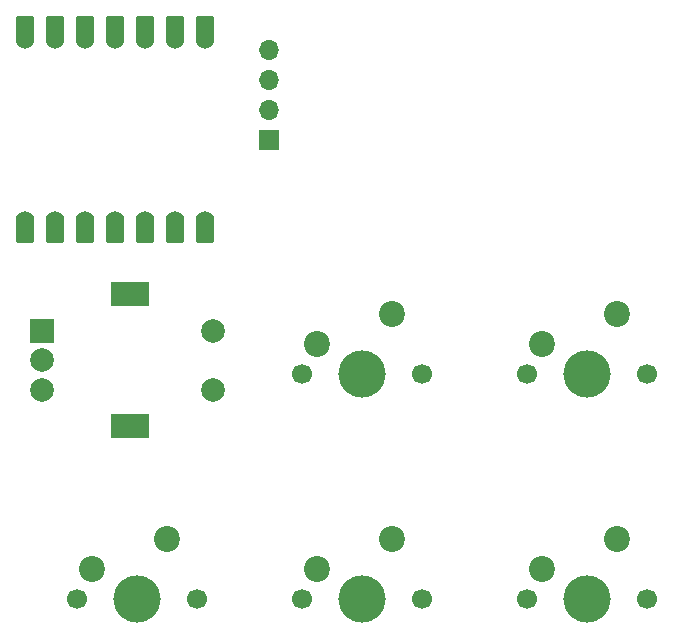
<source format=gts>
G04 #@! TF.GenerationSoftware,KiCad,Pcbnew,9.0.2*
G04 #@! TF.CreationDate,2025-08-01T12:28:15-04:00*
G04 #@! TF.ProjectId,hackpad,6861636b-7061-4642-9e6b-696361645f70,rev?*
G04 #@! TF.SameCoordinates,Original*
G04 #@! TF.FileFunction,Soldermask,Top*
G04 #@! TF.FilePolarity,Negative*
%FSLAX46Y46*%
G04 Gerber Fmt 4.6, Leading zero omitted, Abs format (unit mm)*
G04 Created by KiCad (PCBNEW 9.0.2) date 2025-08-01 12:28:15*
%MOMM*%
%LPD*%
G01*
G04 APERTURE LIST*
G04 Aperture macros list*
%AMRoundRect*
0 Rectangle with rounded corners*
0 $1 Rounding radius*
0 $2 $3 $4 $5 $6 $7 $8 $9 X,Y pos of 4 corners*
0 Add a 4 corners polygon primitive as box body*
4,1,4,$2,$3,$4,$5,$6,$7,$8,$9,$2,$3,0*
0 Add four circle primitives for the rounded corners*
1,1,$1+$1,$2,$3*
1,1,$1+$1,$4,$5*
1,1,$1+$1,$6,$7*
1,1,$1+$1,$8,$9*
0 Add four rect primitives between the rounded corners*
20,1,$1+$1,$2,$3,$4,$5,0*
20,1,$1+$1,$4,$5,$6,$7,0*
20,1,$1+$1,$6,$7,$8,$9,0*
20,1,$1+$1,$8,$9,$2,$3,0*%
G04 Aperture macros list end*
%ADD10C,1.700000*%
%ADD11C,4.000000*%
%ADD12C,2.200000*%
%ADD13R,1.700000X1.700000*%
%ADD14O,1.700000X1.700000*%
%ADD15RoundRect,0.152400X-0.609600X1.063600X-0.609600X-1.063600X0.609600X-1.063600X0.609600X1.063600X0*%
%ADD16C,1.524000*%
%ADD17RoundRect,0.152400X0.609600X-1.063600X0.609600X1.063600X-0.609600X1.063600X-0.609600X-1.063600X0*%
%ADD18R,2.000000X2.000000*%
%ADD19C,2.000000*%
%ADD20R,3.200000X2.000000*%
G04 APERTURE END LIST*
D10*
X64440000Y-63500000D03*
D11*
X69520000Y-63500000D03*
D10*
X74600000Y-63500000D03*
D12*
X72060000Y-58420000D03*
X65710000Y-60960000D03*
D13*
X61600000Y-43700000D03*
D14*
X61600000Y-41160000D03*
X61600000Y-38620000D03*
X61600000Y-36080000D03*
D15*
X40970000Y-51275000D03*
D16*
X40970000Y-50440000D03*
D15*
X43510000Y-51275000D03*
D16*
X43510000Y-50440000D03*
D15*
X46050000Y-51275000D03*
D16*
X46050000Y-50440000D03*
D15*
X48590000Y-51275000D03*
D16*
X48590000Y-50440000D03*
D15*
X51130000Y-51275000D03*
D16*
X51130000Y-50440000D03*
D15*
X53670000Y-51275000D03*
D16*
X53670000Y-50440000D03*
D15*
X56210000Y-51275000D03*
D16*
X56210000Y-50440000D03*
X56210000Y-35200000D03*
D17*
X56210000Y-34365000D03*
D16*
X53670000Y-35200000D03*
D17*
X53670000Y-34365000D03*
D16*
X51130000Y-35200000D03*
D17*
X51130000Y-34365000D03*
D16*
X48590000Y-35200000D03*
D17*
X48590000Y-34365000D03*
D16*
X46050000Y-35200000D03*
D17*
X46050000Y-34365000D03*
D16*
X43510000Y-35200000D03*
D17*
X43510000Y-34365000D03*
D16*
X40970000Y-35200000D03*
D17*
X40970000Y-34365000D03*
D10*
X83490000Y-63500000D03*
D11*
X88570000Y-63500000D03*
D10*
X93650000Y-63500000D03*
D12*
X91110000Y-58420000D03*
X84760000Y-60960000D03*
D10*
X64430000Y-82570000D03*
D11*
X69510000Y-82570000D03*
D10*
X74590000Y-82570000D03*
D12*
X72050000Y-77490000D03*
X65700000Y-80030000D03*
D10*
X83460000Y-82580000D03*
D11*
X88540000Y-82580000D03*
D10*
X93620000Y-82580000D03*
D12*
X91080000Y-77500000D03*
X84730000Y-80040000D03*
D10*
X45380000Y-82570000D03*
D11*
X50460000Y-82570000D03*
D10*
X55540000Y-82570000D03*
D12*
X53000000Y-77490000D03*
X46650000Y-80030000D03*
D18*
X42390000Y-59840000D03*
D19*
X42390000Y-64840000D03*
X42390000Y-62340000D03*
D20*
X49890000Y-56740000D03*
X49890000Y-67940000D03*
D19*
X56890000Y-64840000D03*
X56890000Y-59840000D03*
M02*

</source>
